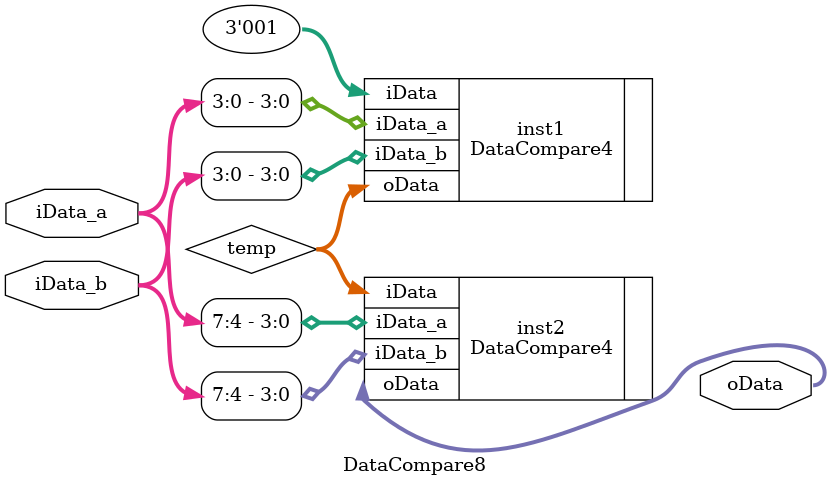
<source format=v>
`timescale 1ns / 1ps


module DataCompare8(
    input [7:0] iData_a,
    input [7:0] iData_b,
    output [2:0] oData
    );
    wire [2:0] temp;
    DataCompare4 inst1(
        .iData_a(iData_a[3:0]),
        .iData_b(iData_b[3:0]),
        .iData(3'b001),
        .oData(temp)
        );
    DataCompare4 inst2(
        .iData_a(iData_a[7:4]),
        .iData_b(iData_b[7:4]),
        .iData(temp),
        .oData(oData)
        );
endmodule

</source>
